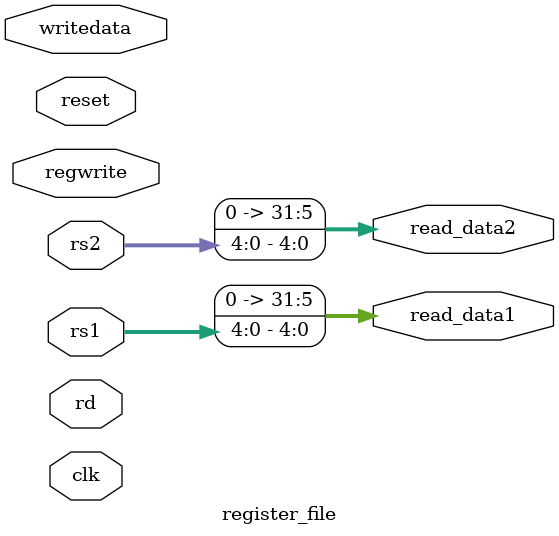
<source format=v>
module register_file(clk, reset, rs1, rs2, rd, regwrite, writedata, read_data1, read_data2);
input clk, reset, regwrite;
input [4:0] rs1, rs2, rd;
input [31:0] writedata;
output [31:0] read_data1, read_data2;

reg [31:0] registers[31:0];

initial begin
registers[0] = 0;
registers[1] = 4;
registers[2] = 2;
registers[3] = 24;
registers[4] = 4;
registers[5] = 1;
registers[6] = 44;
registers[7] = 4;
registers[8] = 2;
registers[9] = 1;
registers[10] = 23;
registers[11] = 4;
registers[12] = 90;
registers[13] = 10;
registers[14] = 20;
registers[15] = 30;
registers[16] = 40;
registers[17] = 50;
registers[18] = 60;
registers[19] = 70;
registers[20] = 80;
registers[21] = 80;
registers[22] = 90;
registers[23] = 70;
registers[24] = 60;
registers[25] = 65;
registers[26] = 4;
registers[27] = 32;
registers[28] = 12;
registers[29] = 34;
registers[30] = 5;
registers[31] = 10;
end

integer i;

always @(posedge clk or posedge reset)
begin
if (reset)
    begin
        for(i=0;i<32;i=i+1)begin
            registers[i] <= 32'b00;
        end
     end
else if (regwrite)begin
    registers[rd] <= writedata;
end
end

assign read_data1 = rs1;
assign read_data2 = rs2;

endmodule
</source>
